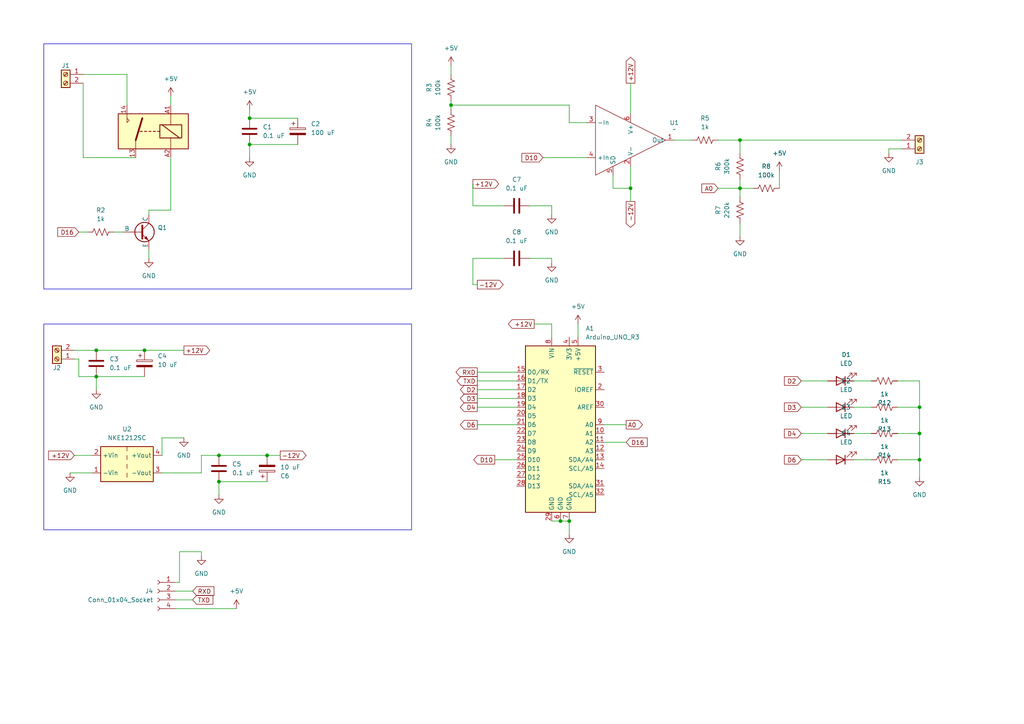
<source format=kicad_sch>
(kicad_sch (version 20231120) (generator "eeschema") (generator_version "8.0")
  (paper "A4")
  (lib_symbols
    (symbol "Connector:Conn_01x04_Socket" (pin_names (offset 1.016) hide)
      (property "Reference" "J" (at 0 5.08 0))
      (property "Value" "Conn_01x04_Socket" (at 0 -7.62 0))
      (symbol "Conn_01x04_Socket_1_1"
        (arc (start 0 -4.572) (mid -0.5058 -5.08) (end 0 -5.588) (stroke (width 0.1524)))
        (arc (start 0 -2.032) (mid -0.5058 -2.54) (end 0 -3.048) (stroke (width 0.1524)))
        (polyline (pts (xy -1.27 -5.08) (xy -0.508 -5.08)) (stroke (width 0.1524)))
        (polyline (pts (xy -1.27 -2.54) (xy -0.508 -2.54)) (stroke (width 0.1524)))
        (polyline (pts (xy -1.27 0) (xy -0.508 0)) (stroke (width 0.1524)))
        (polyline (pts (xy -1.27 2.54) (xy -0.508 2.54)) (stroke (width 0.1524)))
        (arc (start 0 0.508) (mid -0.5058 0) (end 0 -0.508) (stroke (width 0.1524)))
        (arc (start 0 3.048) (mid -0.5058 2.54) (end 0 2.032) (stroke (width 0.1524)))
        (pin passive line (at -5.08 2.54 0) (length 3.81) (name "Pin_1") (number "1"))
        (pin passive line (at -5.08 0 0) (length 3.81) (name "Pin_2") (number "2"))
        (pin passive line (at -5.08 -2.54 0) (length 3.81) (name "Pin_3") (number "3"))
        (pin passive line (at -5.08 -5.08 0) (length 3.81) (name "Pin_4") (number "4"))
      )
    )
    (symbol "Connector:Screw_Terminal_01x02" (pin_names (offset 1.016) hide)
      (property "Reference" "J" (at 0 2.54 0))
      (property "Value" "Screw_Terminal_01x02" (at 0 -5.08 0))
      (symbol "Screw_Terminal_01x02_1_1"
        (rectangle (start -1.27 1.27) (end 1.27 -3.81) (stroke (width 0.254)) (fill (type background)))
        (circle (center 0 -2.54) (radius 0.635) (stroke (width 0.1524)))
        (polyline (pts (xy -0.5334 -2.2098) (xy 0.3302 -3.048)) (stroke (width 0.1524)))
        (polyline (pts (xy -0.5334 0.3302) (xy 0.3302 -0.508)) (stroke (width 0.1524)))
        (polyline (pts (xy -0.3556 -2.032) (xy 0.508 -2.8702)) (stroke (width 0.1524)))
        (polyline (pts (xy -0.3556 0.508) (xy 0.508 -0.3302)) (stroke (width 0.1524)))
        (circle (center 0 0) (radius 0.635) (stroke (width 0.1524)))
        (pin passive line (at -5.08 0 0) (length 3.81) (name "Pin_1") (number "1"))
        (pin passive line (at -5.08 -2.54 0) (length 3.81) (name "Pin_2") (number "2"))
      )
    )
    (symbol "Converter_DCDC:TEA1-0505"
      (property "Reference" "U" (at -7.62 6.35 0))
      (property "Value" "TEA1-0505" (at -2.54 6.35 0))
      (symbol "TEA1-0505_0_0"
        (pin power_in line (at -10.16 -2.54 0) (length 2.54) (name "-Vin") (number "1"))
        (pin power_in line (at -10.16 2.54 0) (length 2.54) (name "+Vin") (number "2"))
        (pin power_out line (at 10.16 -2.54 180) (length 2.54) (name "-Vout") (number "3"))
        (pin power_out line (at 10.16 2.54 180) (length 2.54) (name "+Vout") (number "4"))
      )
      (symbol "TEA1-0505_0_1"
        (rectangle (start -7.62 5.08) (end 7.62 -5.08) (stroke (width 0.254)) (fill (type background)))
        (polyline (pts (xy 0 -2.54) (xy 0 -3.81)))
        (polyline (pts (xy 0 0) (xy 0 -1.27)))
        (polyline (pts (xy 0 2.54) (xy 0 1.27)))
        (polyline (pts (xy 0 5.08) (xy 0 3.81)))
      )
    )
    (symbol "Device:C" (pin_numbers hide) (pin_names (offset 0.254))
      (property "Reference" "C" (at 0.635 2.54 0))
      (property "Value" "C" (at 0.635 -2.54 0))
      (symbol "C_0_1"
        (polyline (pts (xy -2.032 -0.762) (xy 2.032 -0.762)) (stroke (width 0.508)))
        (polyline (pts (xy -2.032 0.762) (xy 2.032 0.762)) (stroke (width 0.508)))
      )
      (symbol "C_1_1"
        (pin passive line (at 0 3.81 270) (length 2.794) (name "~") (number "1"))
        (pin passive line (at 0 -3.81 90) (length 2.794) (name "~") (number "2"))
      )
    )
    (symbol "Device:C_Polarized" (pin_numbers hide) (pin_names (offset 0.254))
      (property "Reference" "C" (at 0.635 2.54 0))
      (property "Value" "C_Polarized" (at 0.635 -2.54 0))
      (symbol "C_Polarized_0_1"
        (rectangle (start -2.286 0.508) (end 2.286 1.016))
        (polyline (pts (xy -1.778 2.286) (xy -0.762 2.286)))
        (polyline (pts (xy -1.27 2.794) (xy -1.27 1.778)))
        (rectangle (start 2.286 -0.508) (end -2.286 -1.016) (fill (type outline)))
      )
      (symbol "C_Polarized_1_1"
        (pin passive line (at 0 3.81 270) (length 2.794) (name "~") (number "1"))
        (pin passive line (at 0 -3.81 90) (length 2.794) (name "~") (number "2"))
      )
    )
    (symbol "Device:LED" (pin_numbers hide) (pin_names (offset 1.016) hide)
      (property "Reference" "D" (at 0 2.54 0))
      (property "Value" "LED" (at 0 -2.54 0))
      (symbol "LED_0_1"
        (polyline (pts (xy -1.27 -1.27) (xy -1.27 1.27)) (stroke (width 0.254)))
        (polyline (pts (xy -1.27 0) (xy 1.27 0)))
        (polyline (pts (xy 1.27 -1.27) (xy 1.27 1.27) (xy -1.27 0) (xy 1.27 -1.27)) (stroke (width 0.254)))
        (polyline (pts (xy -3.048 -0.762) (xy -4.572 -2.286) (xy -3.81 -2.286) (xy -4.572 -2.286) (xy -4.572 -1.524)))
        (polyline (pts (xy -1.778 -0.762) (xy -3.302 -2.286) (xy -2.54 -2.286) (xy -3.302 -2.286) (xy -3.302 -1.524)))
      )
      (symbol "LED_1_1"
        (pin passive line (at -3.81 0 0) (length 2.54) (name "K") (number "1"))
        (pin passive line (at 3.81 0 180) (length 2.54) (name "A") (number "2"))
      )
    )
    (symbol "Device:R_US" (pin_numbers hide) (pin_names (offset 0))
      (property "Reference" "R" (at 2.54 0 90))
      (property "Value" "R_US" (at -2.54 0 90))
      (symbol "R_US_0_1"
        (polyline (pts (xy 0 -2.286) (xy 0 -2.54)))
        (polyline (pts (xy 0 2.286) (xy 0 2.54)))
        (polyline (pts (xy 0 -0.762) (xy 1.016 -1.143) (xy 0 -1.524) (xy -1.016 -1.905) (xy 0 -2.286)))
        (polyline (pts (xy 0 0.762) (xy 1.016 0.381) (xy 0 0) (xy -1.016 -0.381) (xy 0 -0.762)))
        (polyline (pts (xy 0 2.286) (xy 1.016 1.905) (xy 0 1.524) (xy -1.016 1.143) (xy 0 0.762)))
      )
      (symbol "R_US_1_1"
        (pin passive line (at 0 3.81 270) (length 1.27) (name "~") (number "1"))
        (pin passive line (at 0 -3.81 90) (length 1.27) (name "~") (number "2"))
      )
    )
    (symbol "MCU_Module:Arduino_UNO_R3"
      (property "Reference" "A" (at -10.16 23.495 0))
      (property "Value" "Arduino_UNO_R3" (at 5.08 -26.67 0))
      (symbol "Arduino_UNO_R3_0_1"
        (rectangle (start -10.16 22.86) (end 10.16 -25.4) (stroke (width 0.254)) (fill (type background)))
      )
      (symbol "Arduino_UNO_R3_1_1"
        (pin no_connect line (at -10.16 -20.32 0) (length 2.54) hide (name "NC") (number "1"))
        (pin bidirectional line (at 12.7 -2.54 180) (length 2.54) (name "A1") (number "10"))
        (pin bidirectional line (at 12.7 -5.08 180) (length 2.54) (name "A2") (number "11"))
        (pin bidirectional line (at 12.7 -7.62 180) (length 2.54) (name "A3") (number "12"))
        (pin bidirectional line (at 12.7 -10.16 180) (length 2.54) (name "SDA/A4") (number "13"))
        (pin bidirectional line (at 12.7 -12.7 180) (length 2.54) (name "SCL/A5") (number "14"))
        (pin bidirectional line (at -12.7 15.24 0) (length 2.54) (name "D0/RX") (number "15"))
        (pin bidirectional line (at -12.7 12.7 0) (length 2.54) (name "D1/TX") (number "16"))
        (pin bidirectional line (at -12.7 10.16 0) (length 2.54) (name "D2") (number "17"))
        (pin bidirectional line (at -12.7 7.62 0) (length 2.54) (name "D3") (number "18"))
        (pin bidirectional line (at -12.7 5.08 0) (length 2.54) (name "D4") (number "19"))
        (pin output line (at 12.7 10.16 180) (length 2.54) (name "IOREF") (number "2"))
        (pin bidirectional line (at -12.7 2.54 0) (length 2.54) (name "D5") (number "20"))
        (pin bidirectional line (at -12.7 0 0) (length 2.54) (name "D6") (number "21"))
        (pin bidirectional line (at -12.7 -2.54 0) (length 2.54) (name "D7") (number "22"))
        (pin bidirectional line (at -12.7 -5.08 0) (length 2.54) (name "D8") (number "23"))
        (pin bidirectional line (at -12.7 -7.62 0) (length 2.54) (name "D9") (number "24"))
        (pin bidirectional line (at -12.7 -10.16 0) (length 2.54) (name "D10") (number "25"))
        (pin bidirectional line (at -12.7 -12.7 0) (length 2.54) (name "D11") (number "26"))
        (pin bidirectional line (at -12.7 -15.24 0) (length 2.54) (name "D12") (number "27"))
        (pin bidirectional line (at -12.7 -17.78 0) (length 2.54) (name "D13") (number "28"))
        (pin power_in line (at -2.54 -27.94 90) (length 2.54) (name "GND") (number "29"))
        (pin input line (at 12.7 15.24 180) (length 2.54) (name "~{RESET}") (number "3"))
        (pin input line (at 12.7 5.08 180) (length 2.54) (name "AREF") (number "30"))
        (pin bidirectional line (at 12.7 -17.78 180) (length 2.54) (name "SDA/A4") (number "31"))
        (pin bidirectional line (at 12.7 -20.32 180) (length 2.54) (name "SCL/A5") (number "32"))
        (pin power_out line (at 2.54 25.4 270) (length 2.54) (name "3V3") (number "4"))
        (pin power_out line (at 5.08 25.4 270) (length 2.54) (name "+5V") (number "5"))
        (pin power_in line (at 0 -27.94 90) (length 2.54) (name "GND") (number "6"))
        (pin power_in line (at 2.54 -27.94 90) (length 2.54) (name "GND") (number "7"))
        (pin power_in line (at -2.54 25.4 270) (length 2.54) (name "VIN") (number "8"))
        (pin bidirectional line (at 12.7 0 180) (length 2.54) (name "A0") (number "9"))
      )
    )
    (symbol "My_Custom_Symbol_Library:TLV1805"
      (property "Reference" "U" (at 0 0 0))
      (symbol "TLV1805_0_1"
        (polyline (pts (xy 20.32 -12.7) (xy 0 -2.54) (xy 0 -16.51) (xy 0 -22.86) (xy 20.32 -12.7)))
      )
      (symbol "TLV1805_1_1"
        (pin output line (at 22.86 -12.7 180) (length 2.54) (name "Out") (number "1"))
        (pin input line (at 10.16 -20.32 90) (length 2.54) (name "V-") (number "2"))
        (pin input line (at -2.54 -7.62 0) (length 2.54) (name "-In") (number "3"))
        (pin input line (at -2.54 -17.78 0) (length 2.54) (name "+In") (number "4"))
        (pin input line (at 5.08 -22.86 90) (length 2.54) (name "SD") (number "5"))
        (pin input line (at 10.16 -5.08 270) (length 2.54) (name "V+") (number "6"))
      )
    )
    (symbol "Relay:Relay_SPST-NO"
      (property "Reference" "K" (at 11.43 3.81 0))
      (property "Value" "Relay_SPST-NO" (at 11.43 1.27 0))
      (symbol "Relay_SPST-NO_0_0"
        (polyline (pts (xy 7.62 5.08) (xy 7.62 2.54) (xy 6.985 3.175) (xy 7.62 3.81)))
      )
      (symbol "Relay_SPST-NO_0_1"
        (rectangle (start -10.16 5.08) (end 10.16 -5.08) (stroke (width 0.254)) (fill (type background)))
        (rectangle (start -8.255 1.905) (end -1.905 -1.905) (stroke (width 0.254)))
        (polyline (pts (xy -7.62 -1.905) (xy -2.54 1.905)) (stroke (width 0.254)))
        (polyline (pts (xy -5.08 -5.08) (xy -5.08 -1.905)))
        (polyline (pts (xy -5.08 5.08) (xy -5.08 1.905)))
        (polyline (pts (xy -1.905 0) (xy -1.27 0)) (stroke (width 0.254)))
        (polyline (pts (xy -0.635 0) (xy 0 0)) (stroke (width 0.254)))
        (polyline (pts (xy 0.635 0) (xy 1.27 0)) (stroke (width 0.254)))
        (polyline (pts (xy 1.905 0) (xy 2.54 0)) (stroke (width 0.254)))
        (polyline (pts (xy 3.175 0) (xy 3.81 0)) (stroke (width 0.254)))
        (polyline (pts (xy 5.08 -2.54) (xy 3.175 3.81)) (stroke (width 0.508)))
        (polyline (pts (xy 5.08 -2.54) (xy 5.08 -5.08)))
      )
      (symbol "Relay_SPST-NO_1_1"
        (pin passive line (at 5.08 -7.62 90) (length 2.54) (name "~") (number "13"))
        (pin passive line (at 7.62 7.62 270) (length 2.54) (name "~") (number "14"))
        (pin passive line (at -5.08 7.62 270) (length 2.54) (name "~") (number "A1"))
        (pin passive line (at -5.08 -7.62 90) (length 2.54) (name "~") (number "A2"))
      )
    )
    (symbol "Simulation_SPICE:NPN" (pin_numbers hide) (pin_names (offset 0))
      (property "Reference" "Q" (at -2.54 7.62 0))
      (property "Value" "NPN" (at -2.54 5.08 0))
      (symbol "NPN_0_1"
        (polyline (pts (xy -2.54 0) (xy 0.635 0)) (stroke (width 0.1524)))
        (polyline (pts (xy 0.635 0.635) (xy 2.54 2.54)))
        (polyline (pts (xy 2.794 -1.27) (xy 2.794 -1.27)) (stroke (width 0.1524)))
        (polyline (pts (xy 2.794 -1.27) (xy 2.794 -1.27)) (stroke (width 0.1524)))
        (polyline (pts (xy 0.635 -0.635) (xy 2.54 -2.54) (xy 2.54 -2.54)))
        (polyline (pts (xy 0.635 1.905) (xy 0.635 -1.905) (xy 0.635 -1.905)) (stroke (width 0.508)))
        (polyline (pts (xy 1.27 -1.778) (xy 1.778 -1.27) (xy 2.286 -2.286) (xy 1.27 -1.778) (xy 1.27 -1.778)) (fill (type outline)))
        (circle (center 1.27 0) (radius 2.8194) (stroke (width 0.254)))
      )
      (symbol "NPN_1_1"
        (pin open_collector line (at 2.54 5.08 270) (length 2.54) (name "C") (number "1"))
        (pin input line (at -5.08 0 0) (length 2.54) (name "B") (number "2"))
        (pin open_emitter line (at 2.54 -5.08 90) (length 2.54) (name "E") (number "3"))
      )
    )
    (symbol "power:+5V" (power) (pin_names (offset 0))
      (property "Value" "+5V" (at 0 3.556 0))
      (symbol "+5V_0_1"
        (polyline (pts (xy -0.762 1.27) (xy 0 2.54)))
        (polyline (pts (xy 0 0) (xy 0 2.54)))
        (polyline (pts (xy 0 2.54) (xy 0.762 1.27)))
      )
      (symbol "+5V_1_1"
        (pin power_in line (at 0 0 90) (length 0) hide (name "+5V") (number "1"))
      )
    )
    (symbol "power:GND" (power) (pin_names (offset 0))
      (property "Value" "GND" (at 0 -3.81 0))
      (symbol "GND_0_1"
        (polyline (pts (xy 0 0) (xy 0 -1.27) (xy 1.27 -1.27) (xy 0 -2.54) (xy -1.27 -1.27) (xy 0 -1.27)))
      )
      (symbol "GND_1_1"
        (pin power_in line (at 0 0 270) (length 0) hide (name "GND") (number "1"))
      )
    )
  )
  (junction (at 130.81 30.48))
  (junction (at 214.63 40.64))
  (junction (at 77.47 132.08))
  (junction (at 266.7 133.35))
  (junction (at 182.88 54.61))
  (junction (at 27.94 109.22))
  (junction (at 63.5 139.7))
  (junction (at 27.94 101.6))
  (junction (at 266.7 125.73))
  (junction (at 63.5 132.08))
  (junction (at 214.63 54.61))
  (junction (at 162.56 151.13))
  (junction (at 72.39 41.91))
  (junction (at 72.39 34.29))
  (junction (at 266.7 118.11))
  (junction (at 165.1 151.13))
  (junction (at 41.91 101.6))
  (wire (pts (xy 58.42 160.02) (xy 58.42 161.29)))
  (wire (pts (xy 21.59 132.08) (xy 26.67 132.08)))
  (wire (pts (xy 177.8 54.61) (xy 182.88 54.61)))
  (wire (pts (xy 22.86 67.31) (xy 25.4 67.31)))
  (wire (pts (xy 49.53 27.94) (xy 49.53 30.48)))
  (wire (pts (xy 247.65 118.11) (xy 252.73 118.11)))
  (wire (pts (xy 72.39 41.91) (xy 72.39 45.72)))
  (wire (pts (xy 226.06 49.53) (xy 226.06 54.61)))
  (wire (pts (xy 214.63 40.64) (xy 261.62 40.64)))
  (wire (pts (xy 214.63 40.64) (xy 214.63 44.45)))
  (wire (pts (xy 137.16 74.93) (xy 146.05 74.93)))
  (wire (pts (xy 137.16 74.93) (xy 137.16 82.55)))
  (wire (pts (xy 36.83 21.59) (xy 24.13 21.59)))
  (wire (pts (xy 160.02 59.69) (xy 153.67 59.69)))
  (wire (pts (xy 137.16 59.69) (xy 146.05 59.69)))
  (wire (pts (xy 182.88 24.13) (xy 182.88 33.02)))
  (wire (pts (xy 43.18 60.96) (xy 43.18 62.23)))
  (wire (pts (xy 21.59 101.6) (xy 27.94 101.6)))
  (wire (pts (xy 33.02 67.31) (xy 35.56 67.31)))
  (wire (pts (xy 138.43 113.03) (xy 149.86 113.03)))
  (wire (pts (xy 162.56 151.13) (xy 165.1 151.13)))
  (wire (pts (xy 214.63 64.77) (xy 214.63 68.58)))
  (wire (pts (xy 143.51 133.35) (xy 149.86 133.35)))
  (wire (pts (xy 130.81 39.37) (xy 130.81 41.91)))
  (wire (pts (xy 20.32 137.16) (xy 26.67 137.16)))
  (wire (pts (xy 21.59 104.14) (xy 22.86 104.14)))
  (wire (pts (xy 232.41 110.49) (xy 240.03 110.49)))
  (wire (pts (xy 260.35 125.73) (xy 266.7 125.73)))
  (wire (pts (xy 195.58 40.64) (xy 200.66 40.64)))
  (wire (pts (xy 77.47 132.08) (xy 81.28 132.08)))
  (wire (pts (xy 130.81 29.21) (xy 130.81 30.48)))
  (wire (pts (xy 138.43 110.49) (xy 149.86 110.49)))
  (wire (pts (xy 138.43 107.95) (xy 149.86 107.95)))
  (wire (pts (xy 175.26 128.27) (xy 181.61 128.27)))
  (wire (pts (xy 247.65 110.49) (xy 252.73 110.49)))
  (wire (pts (xy 72.39 34.29) (xy 86.36 34.29)))
  (wire (pts (xy 260.35 118.11) (xy 266.7 118.11)))
  (wire (pts (xy 165.1 35.56) (xy 170.18 35.56)))
  (wire (pts (xy 208.28 54.61) (xy 214.63 54.61)))
  (wire (pts (xy 260.35 110.49) (xy 266.7 110.49)))
  (wire (pts (xy 208.28 40.64) (xy 214.63 40.64)))
  (wire (pts (xy 22.86 104.14) (xy 22.86 109.22)))
  (wire (pts (xy 165.1 30.48) (xy 165.1 35.56)))
  (wire (pts (xy 46.99 127) (xy 53.34 127)))
  (wire (pts (xy 160.02 76.2) (xy 160.02 74.93)))
  (wire (pts (xy 49.53 60.96) (xy 49.53 45.72)))
  (wire (pts (xy 160.02 93.98) (xy 160.02 97.79)))
  (wire (pts (xy 182.88 48.26) (xy 182.88 54.61)))
  (wire (pts (xy 24.13 24.13) (xy 24.13 45.72)))
  (wire (pts (xy 247.65 125.73) (xy 252.73 125.73)))
  (wire (pts (xy 167.64 93.98) (xy 167.64 97.79)))
  (wire (pts (xy 27.94 101.6) (xy 41.91 101.6)))
  (wire (pts (xy 266.7 118.11) (xy 266.7 125.73)))
  (wire (pts (xy 160.02 74.93) (xy 153.67 74.93)))
  (wire (pts (xy 72.39 31.75) (xy 72.39 34.29)))
  (wire (pts (xy 27.94 109.22) (xy 27.94 113.03)))
  (wire (pts (xy 154.94 93.98) (xy 160.02 93.98)))
  (wire (pts (xy 52.07 160.02) (xy 58.42 160.02)))
  (wire (pts (xy 46.99 137.16) (xy 58.42 137.16)))
  (wire (pts (xy 130.81 30.48) (xy 165.1 30.48)))
  (wire (pts (xy 232.41 125.73) (xy 240.03 125.73)))
  (wire (pts (xy 257.81 43.18) (xy 257.81 44.45)))
  (wire (pts (xy 50.8 168.91) (xy 52.07 168.91)))
  (wire (pts (xy 52.07 168.91) (xy 52.07 160.02)))
  (wire (pts (xy 138.43 123.19) (xy 149.86 123.19)))
  (wire (pts (xy 137.16 82.55) (xy 138.43 82.55)))
  (wire (pts (xy 257.81 43.18) (xy 261.62 43.18)))
  (wire (pts (xy 63.5 132.08) (xy 77.47 132.08)))
  (wire (pts (xy 247.65 133.35) (xy 252.73 133.35)))
  (wire (pts (xy 41.91 101.6) (xy 53.34 101.6)))
  (wire (pts (xy 137.16 53.34) (xy 137.16 59.69)))
  (wire (pts (xy 266.7 133.35) (xy 266.7 138.43)))
  (wire (pts (xy 130.81 30.48) (xy 130.81 31.75)))
  (wire (pts (xy 27.94 109.22) (xy 41.91 109.22)))
  (wire (pts (xy 43.18 60.96) (xy 49.53 60.96)))
  (wire (pts (xy 50.8 173.99) (xy 55.88 173.99)))
  (wire (pts (xy 72.39 41.91) (xy 86.36 41.91)))
  (wire (pts (xy 58.42 137.16) (xy 58.42 132.08)))
  (wire (pts (xy 157.48 45.72) (xy 170.18 45.72)))
  (wire (pts (xy 138.43 118.11) (xy 149.86 118.11)))
  (wire (pts (xy 214.63 54.61) (xy 214.63 57.15)))
  (wire (pts (xy 43.18 72.39) (xy 43.18 74.93)))
  (wire (pts (xy 214.63 54.61) (xy 218.44 54.61)))
  (wire (pts (xy 260.35 133.35) (xy 266.7 133.35)))
  (wire (pts (xy 63.5 139.7) (xy 63.5 143.51)))
  (wire (pts (xy 232.41 133.35) (xy 240.03 133.35)))
  (wire (pts (xy 22.86 109.22) (xy 27.94 109.22)))
  (wire (pts (xy 182.88 54.61) (xy 182.88 58.42)))
  (wire (pts (xy 50.8 176.53) (xy 68.58 176.53)))
  (wire (pts (xy 165.1 151.13) (xy 165.1 154.94)))
  (wire (pts (xy 160.02 62.23) (xy 160.02 59.69)))
  (wire (pts (xy 177.8 50.8) (xy 177.8 54.61)))
  (wire (pts (xy 266.7 110.49) (xy 266.7 118.11)))
  (wire (pts (xy 46.99 132.08) (xy 46.99 127)))
  (wire (pts (xy 232.41 118.11) (xy 240.03 118.11)))
  (wire (pts (xy 63.5 139.7) (xy 77.47 139.7)))
  (wire (pts (xy 214.63 52.07) (xy 214.63 54.61)))
  (wire (pts (xy 160.02 151.13) (xy 162.56 151.13)))
  (wire (pts (xy 175.26 123.19) (xy 181.61 123.19)))
  (wire (pts (xy 130.81 19.05) (xy 130.81 21.59)))
  (wire (pts (xy 50.8 171.45) (xy 55.88 171.45)))
  (wire (pts (xy 138.43 115.57) (xy 149.86 115.57)))
  (wire (pts (xy 266.7 125.73) (xy 266.7 133.35)))
  (wire (pts (xy 58.42 132.08) (xy 63.5 132.08)))
  (wire (pts (xy 24.13 45.72) (xy 39.37 45.72)))
  (wire (pts (xy 36.83 30.48) (xy 36.83 21.59)))
  (rectangle (start 12.7 12.7) (end 119.38 83.82))
  (rectangle (start 12.7 93.98) (end 119.38 153.67))
  (global_label "D4" (shape input) (at 232.41 125.73 180) (property "Intersheetrefs" "${INTERSHEET_REFS}" (effects (hide yes))))
  (global_label "-12V" (shape output) (at 81.28 132.08 0) (property "Intersheetrefs" "${INTERSHEET_REFS}" (effects (hide yes))))
  (global_label "TXD" (shape output) (at 138.43 110.49 180) (property "Intersheetrefs" "${INTERSHEET_REFS}" (effects (hide yes))))
  (global_label "D16" (shape input) (at 22.86 67.31 180) (property "Intersheetrefs" "${INTERSHEET_REFS}" (effects (hide yes))))
  (global_label "TXD" (shape input) (at 55.88 173.99 0) (property "Intersheetrefs" "${INTERSHEET_REFS}" (effects (hide yes))))
  (global_label "D3" (shape input) (at 232.41 118.11 180) (property "Intersheetrefs" "${INTERSHEET_REFS}" (effects (hide yes))))
  (global_label "+12V" (shape input) (at 21.59 132.08 180) (property "Intersheetrefs" "${INTERSHEET_REFS}" (effects (hide yes))))
  (global_label "D10" (shape input) (at 157.48 45.72 180) (property "Intersheetrefs" "${INTERSHEET_REFS}" (effects (hide yes))))
  (global_label "RXD" (shape output) (at 138.43 107.95 180) (property "Intersheetrefs" "${INTERSHEET_REFS}" (effects (hide yes))))
  (global_label "D3" (shape output) (at 138.43 115.57 180) (property "Intersheetrefs" "${INTERSHEET_REFS}" (effects (hide yes))))
  (global_label "+12V" (shape output) (at 154.94 93.98 180) (property "Intersheetrefs" "${INTERSHEET_REFS}" (effects (hide yes))))
  (global_label "D6" (shape input) (at 232.41 133.35 180) (property "Intersheetrefs" "${INTERSHEET_REFS}" (effects (hide yes))))
  (global_label "-12V" (shape output) (at 138.43 82.55 0) (property "Intersheetrefs" "${INTERSHEET_REFS}" (effects (hide yes))))
  (global_label "-12V" (shape output) (at 182.88 58.42 270) (property "Intersheetrefs" "${INTERSHEET_REFS}" (effects (hide yes))))
  (global_label "D16" (shape input) (at 181.61 128.27 0) (property "Intersheetrefs" "${INTERSHEET_REFS}" (effects (hide yes))))
  (global_label "RXD" (shape input) (at 55.88 171.45 0) (property "Intersheetrefs" "${INTERSHEET_REFS}" (effects (hide yes))))
  (global_label "D10" (shape output) (at 143.51 133.35 180) (property "Intersheetrefs" "${INTERSHEET_REFS}" (effects (hide yes))))
  (global_label "+12V" (shape output) (at 137.16 53.34 0) (property "Intersheetrefs" "${INTERSHEET_REFS}" (effects (hide yes))))
  (global_label "A0" (shape input) (at 208.28 54.61 180) (property "Intersheetrefs" "${INTERSHEET_REFS}" (effects (hide yes))))
  (global_label "D6" (shape output) (at 138.43 123.19 180) (property "Intersheetrefs" "${INTERSHEET_REFS}" (effects (hide yes))))
  (global_label "A0" (shape output) (at 181.61 123.19 0) (property "Intersheetrefs" "${INTERSHEET_REFS}" (effects (hide yes))))
  (global_label "+12V" (shape output) (at 53.34 101.6 0) (property "Intersheetrefs" "${INTERSHEET_REFS}" (effects (hide yes))))
  (global_label "D2" (shape input) (at 232.41 110.49 180) (property "Intersheetrefs" "${INTERSHEET_REFS}" (effects (hide yes))))
  (global_label "+12V" (shape output) (at 182.88 24.13 90) (property "Intersheetrefs" "${INTERSHEET_REFS}" (effects (hide yes))))
  (global_label "D4" (shape output) (at 138.43 118.11 180) (property "Intersheetrefs" "${INTERSHEET_REFS}" (effects (hide yes))))
  (global_label "D2" (shape output) (at 138.43 113.03 180) (property "Intersheetrefs" "${INTERSHEET_REFS}" (effects (hide yes))))
  (symbol (lib_id "Connector:Screw_Terminal_01x02") (at 16.51 104.14 180) (unit 1)
    (property "Reference" "J2" (at 16.51 106.68 0))
    (property "Value" "Screw_Terminal_01x02" (effects (hide yes)))
    (property "Footprint" "My_Custom_Footprint_Library:Lever 2 - 2,5 2-5,0" (effects (hide yes)))
  )
  (symbol (lib_id "Device:R_US") (at 256.54 110.49 270) (unit 1)
    (property "Reference" "R12" (at 256.54 116.84 90))
    (property "Value" "1k" (at 256.54 114.3 90))
    (property "Footprint" "Resistor_SMD:R_1206_3216Metric" (effects (hide yes)))
  )
  (symbol (lib_id "Device:LED") (at 243.84 118.11 180) (unit 1)
    (property "Reference" "D2" (at 245.4275 110.49 0))
    (property "Value" "LED" (at 245.4275 113.03 0))
    (property "Footprint" "LED_SMD:LED_1206_3216Metric" (effects (hide yes)))
  )
  (symbol (lib_id "Device:R_US") (at 204.47 40.64 90) (unit 1)
    (property "Reference" "R5" (at 204.47 34.29 90))
    (property "Value" "1k" (at 204.47 36.83 90))
    (property "Footprint" "Resistor_SMD:R_1206_3216Metric" (effects (hide yes)))
  )
  (symbol (lib_id "MCU_Module:Arduino_UNO_R3") (at 162.56 123.19 0) (unit 1)
    (property "Reference" "A1" (at 169.8341 95.25 0) (effects (justify left)))
    (property "Value" "Arduino_UNO_R3" (at 169.8341 97.79 0) (effects (justify left)))
    (property "Footprint" "Module:Arduino_UNO_R3" (effects (hide yes)))
    (property "Datasheet" "https://www.arduino.cc/en/Main/arduinoBoardUno" (effects (hide yes)))
  )
  (symbol (lib_id "power:GND") (at 20.32 137.16 0) (unit 1)
    (property "Reference" "#PWR023" (effects (hide yes)))
    (property "Value" "GND" (at 20.32 142.24 0))
  )
  (symbol (lib_id "Device:R_US") (at 130.81 35.56 180) (unit 1)
    (property "Reference" "R4" (at 124.46 35.56 90))
    (property "Value" "100k" (at 127 35.56 90))
    (property "Footprint" "Resistor_SMD:R_1206_3216Metric" (effects (hide yes)))
  )
  (symbol (lib_id "Device:C_Polarized") (at 41.91 105.41 0) (unit 1)
    (property "Reference" "C4" (at 45.72 103.251 0) (effects (justify left)))
    (property "Value" "10 uF" (at 45.72 105.791 0) (effects (justify left)))
    (property "Footprint" "Capacitor_THT:CP_Radial_D4.0mm_P1.50mm" (effects (hide yes)))
  )
  (symbol (lib_id "Relay:Relay_SPST-NO") (at 44.45 38.1 0) (mirror y) (unit 1)
    (property "Reference" "K1" (effects (hide yes)))
    (property "Value" "Relay_SPST-NO" (effects (hide yes)))
    (property "Footprint" "My_Custom_Footprint_Library:Relay_TE_SPST_16A" (effects (hide yes)))
  )
  (symbol (lib_id "Connector:Screw_Terminal_01x02") (at 266.7 43.18 0) (mirror x) (unit 1)
    (property "Reference" "J3" (at 266.7 46.99 0))
    (property "Value" "Screw_Terminal_01x02" (effects (hide yes)))
    (property "Footprint" "My_Custom_Footprint_Library:Lever 2 - 2,5 2-5,0" (effects (hide yes)))
  )
  (symbol (lib_id "Device:C") (at 27.94 105.41 0) (unit 1)
    (property "Reference" "C3" (at 31.75 104.14 0) (effects (justify left)))
    (property "Value" "0.1 uF" (at 31.75 106.68 0) (effects (justify left)))
    (property "Footprint" "Capacitor_SMD:C_1206_3216Metric" (effects (hide yes)))
  )
  (symbol (lib_id "power:+5V") (at 226.06 49.53 0) (unit 1)
    (property "Reference" "#PWR015" (effects (hide yes)))
    (property "Value" "+5V" (at 226.06 44.45 0))
  )
  (symbol (lib_id "Device:R_US") (at 29.21 67.31 90) (unit 1)
    (property "Reference" "R2" (at 29.21 60.96 90))
    (property "Value" "1k" (at 29.21 63.5 90))
    (property "Footprint" "Resistor_SMD:R_1206_3216Metric" (effects (hide yes)))
  )
  (symbol (lib_id "power:+5V") (at 68.58 176.53 0) (unit 1)
    (property "Reference" "#PWR07" (effects (hide yes)))
    (property "Value" "+5V" (at 68.58 171.45 0))
  )
  (symbol (lib_id "power:GND") (at 160.02 76.2 0) (unit 1)
    (property "Reference" "#PWR011" (effects (hide yes)))
    (property "Value" "GND" (at 160.02 81.28 0))
  )
  (symbol (lib_id "power:+5V") (at 167.64 93.98 0) (unit 1)
    (property "Reference" "#PWR017" (effects (hide yes)))
    (property "Value" "+5V" (at 167.64 88.9 0))
  )
  (symbol (lib_id "power:GND") (at 160.02 62.23 0) (unit 1)
    (property "Reference" "#PWR010" (effects (hide yes)))
    (property "Value" "GND" (at 160.02 67.31 0))
  )
  (symbol (lib_id "Device:R_US") (at 130.81 25.4 180) (unit 1)
    (property "Reference" "R3" (at 124.46 25.4 90))
    (property "Value" "100k" (at 127 25.4 90))
    (property "Footprint" "Resistor_SMD:R_1206_3216Metric" (effects (hide yes)))
  )
  (symbol (lib_id "Device:R_US") (at 256.54 125.73 270) (unit 1)
    (property "Reference" "R14" (at 256.54 132.08 90))
    (property "Value" "1k" (at 256.54 129.54 90))
    (property "Footprint" "Resistor_SMD:R_1206_3216Metric" (effects (hide yes)))
  )
  (symbol (lib_id "Device:R_US") (at 222.25 54.61 90) (unit 1)
    (property "Reference" "R8" (at 222.25 48.26 90))
    (property "Value" "100k" (at 222.25 50.8 90))
    (property "Footprint" "Resistor_SMD:R_1206_3216Metric" (effects (hide yes)))
  )
  (symbol (lib_id "power:GND") (at 130.81 41.91 0) (unit 1)
    (property "Reference" "#PWR012" (effects (hide yes)))
    (property "Value" "GND" (at 130.81 46.99 0))
  )
  (symbol (lib_id "Connector:Screw_Terminal_01x02") (at 19.05 21.59 0) (mirror y) (unit 1)
    (property "Reference" "J1" (at 19.05 19.05 0))
    (property "Value" "Screw_Terminal_01x02" (effects (hide yes)))
    (property "Footprint" "My_Custom_Footprint_Library:Lever 2 - 2,5 2-5,0" (effects (hide yes)))
  )
  (symbol (lib_id "Device:C_Polarized") (at 86.36 38.1 0) (unit 1)
    (property "Reference" "C2" (at 90.17 35.941 0) (effects (justify left)))
    (property "Value" "100 uF" (at 90.17 38.481 0) (effects (justify left)))
    (property "Footprint" "Capacitor_THT:CP_Radial_D6.3mm_P2.50mm" (effects (hide yes)))
  )
  (symbol (lib_id "Simulation_SPICE:NPN") (at 40.64 67.31 0) (unit 1)
    (property "Reference" "Q1" (at 45.72 66.04 0) (effects (justify left)))
    (property "Value" "NPN" (effects (hide yes)))
    (property "Footprint" "My_Custom_Footprint_Library:TO-92_3" (effects (hide yes)))
    (property "Sim.Device" "NPN" (effects (hide yes)))
    (property "Sim.Type" "GUMMELPOON" (effects (hide yes)))
    (property "Sim.Pins" "1=C 2=B 3=E" (effects (hide yes)))
  )
  (symbol (lib_id "Device:C") (at 149.86 59.69 90) (unit 1)
    (property "Reference" "C7" (at 149.86 52.07 90))
    (property "Value" "0.1 uF" (at 149.86 54.61 90))
    (property "Footprint" "Capacitor_SMD:C_1206_3216Metric" (effects (hide yes)))
  )
  (symbol (lib_id "Connector:Conn_01x04_Socket") (at 45.72 171.45 0) (mirror y) (unit 1)
    (property "Reference" "J4" (at 44.45 171.45 0) (effects (justify left)))
    (property "Value" "Conn_01x04_Socket" (at 44.45 173.99 0) (effects (justify left)))
    (property "Footprint" "Connector:FanPinHeader_1x04_P2.54mm_Vertical" (effects (hide yes)))
  )
  (symbol (lib_id "Device:C") (at 149.86 74.93 90) (unit 1)
    (property "Reference" "C8" (at 149.86 67.31 90))
    (property "Value" "0.1 uF" (at 149.86 69.85 90))
    (property "Footprint" "Capacitor_SMD:C_1206_3216Metric" (effects (hide yes)))
  )
  (symbol (lib_id "Device:LED") (at 243.84 125.73 180) (unit 1)
    (property "Reference" "D3" (at 245.4275 118.11 0))
    (property "Value" "LED" (at 245.4275 120.65 0))
    (property "Footprint" "LED_SMD:LED_1206_3216Metric" (effects (hide yes)))
  )
  (symbol (lib_id "power:GND") (at 43.18 74.93 0) (unit 1)
    (property "Reference" "#PWR04" (effects (hide yes)))
    (property "Value" "GND" (at 43.18 80.01 0))
  )
  (symbol (lib_id "Device:C") (at 63.5 135.89 0) (unit 1)
    (property "Reference" "C5" (at 67.31 134.62 0) (effects (justify left)))
    (property "Value" "0.1 uF" (at 67.31 137.16 0) (effects (justify left)))
    (property "Footprint" "Capacitor_SMD:C_1206_3216Metric" (effects (hide yes)))
  )
  (symbol (lib_id "Device:R_US") (at 214.63 60.96 180) (unit 1)
    (property "Reference" "R7" (at 208.28 60.96 90))
    (property "Value" "220k" (at 210.82 60.96 90))
    (property "Footprint" "Resistor_SMD:R_1206_3216Metric" (effects (hide yes)))
  )
  (symbol (lib_id "power:+5V") (at 72.39 31.75 0) (unit 1)
    (property "Reference" "#PWR05" (effects (hide yes)))
    (property "Value" "+5V" (at 72.39 26.67 0))
  )
  (symbol (lib_id "power:GND") (at 53.34 127 0) (unit 1)
    (property "Reference" "#PWR024" (effects (hide yes)))
    (property "Value" "GND" (at 53.34 132.08 0))
  )
  (symbol (lib_id "Device:R_US") (at 214.63 48.26 180) (unit 1)
    (property "Reference" "R6" (at 208.28 48.26 90))
    (property "Value" "300k" (at 210.82 48.26 90))
    (property "Footprint" "Resistor_SMD:R_1206_3216Metric" (effects (hide yes)))
  )
  (symbol (lib_id "power:+5V") (at 130.81 19.05 0) (unit 1)
    (property "Reference" "#PWR013" (effects (hide yes)))
    (property "Value" "+5V" (at 130.81 13.97 0))
  )
  (symbol (lib_id "power:GND") (at 58.42 161.29 0) (unit 1)
    (property "Reference" "#PWR03" (effects (hide yes)))
    (property "Value" "GND" (at 58.42 166.37 0))
  )
  (symbol (lib_id "power:GND") (at 257.81 44.45 0) (unit 1)
    (property "Reference" "#PWR020" (effects (hide yes)))
    (property "Value" "GND" (at 257.81 49.53 0))
  )
  (symbol (lib_id "power:GND") (at 72.39 45.72 0) (unit 1)
    (property "Reference" "#PWR06" (effects (hide yes)))
    (property "Value" "GND" (at 72.39 50.8 0))
  )
  (symbol (lib_id "Device:C") (at 72.39 38.1 0) (unit 1)
    (property "Reference" "C1" (at 76.2 36.83 0) (effects (justify left)))
    (property "Value" "0.1 uF" (at 76.2 39.37 0) (effects (justify left)))
    (property "Footprint" "Capacitor_SMD:C_1206_3216Metric" (effects (hide yes)))
  )
  (symbol (lib_id "Device:LED") (at 243.84 133.35 180) (unit 1)
    (property "Reference" "D4" (at 245.4275 125.73 0))
    (property "Value" "LED" (at 245.4275 128.27 0))
    (property "Footprint" "LED_SMD:LED_1206_3216Metric" (effects (hide yes)))
  )
  (symbol (lib_id "Device:C_Polarized") (at 77.47 135.89 0) (mirror x) (unit 1)
    (property "Reference" "C6" (at 81.28 138.049 0) (effects (justify left)))
    (property "Value" "10 uF" (at 81.28 135.509 0) (effects (justify left)))
    (property "Footprint" "Capacitor_THT:CP_Radial_D4.0mm_P1.50mm" (effects (hide yes)))
  )
  (symbol (lib_id "Device:LED") (at 243.84 110.49 180) (unit 1)
    (property "Reference" "D1" (at 245.4275 102.87 0))
    (property "Value" "LED" (at 245.4275 105.41 0))
    (property "Footprint" "LED_SMD:LED_1206_3216Metric" (effects (hide yes)))
  )
  (symbol (lib_id "power:GND") (at 27.94 113.03 0) (unit 1)
    (property "Reference" "#PWR09" (effects (hide yes)))
    (property "Value" "GND" (at 27.94 118.11 0))
  )
  (symbol (lib_id "Converter_DCDC:TEA1-0505") (at 36.83 134.62 0) (unit 1)
    (property "Reference" "U2" (at 36.83 124.46 0))
    (property "Value" "NKE1212SC" (at 36.83 127 0))
    (property "Footprint" "My_Custom_Footprint_Library:NKE1212SC" (effects (hide yes)))
    (property "Datasheet" "https://www.tracopower.com/products/tea1.pdf" (effects (hide yes)))
  )
  (symbol (lib_id "My_Custom_Symbol_Library:TLV1805") (at 172.72 27.94 0) (unit 1)
    (property "Reference" "U1" (at 195.58 35.5914 0))
    (property "Value" "~" (at 195.58 37.4965 0))
    (property "Footprint" "My_Custom_Footprint_Library:SOT-23-6" (effects (hide yes)))
  )
  (symbol (lib_id "Device:R_US") (at 256.54 118.11 270) (unit 1)
    (property "Reference" "R13" (at 256.54 124.46 90))
    (property "Value" "1k" (at 256.54 121.92 90))
    (property "Footprint" "Resistor_SMD:R_1206_3216Metric" (effects (hide yes)))
  )
  (symbol (lib_id "power:GND") (at 63.5 143.51 0) (unit 1)
    (property "Reference" "#PWR08" (effects (hide yes)))
    (property "Value" "GND" (at 63.5 148.59 0))
  )
  (symbol (lib_id "power:GND") (at 214.63 68.58 0) (unit 1)
    (property "Reference" "#PWR014" (effects (hide yes)))
    (property "Value" "GND" (at 214.63 73.66 0))
  )
  (symbol (lib_id "power:GND") (at 266.7 138.43 0) (unit 1)
    (property "Reference" "#PWR021" (effects (hide yes)))
    (property "Value" "GND" (at 266.7 143.51 0))
  )
  (symbol (lib_id "Device:R_US") (at 256.54 133.35 270) (unit 1)
    (property "Reference" "R15" (at 256.54 139.7 90))
    (property "Value" "1k" (at 256.54 137.16 90))
    (property "Footprint" "Resistor_SMD:R_1206_3216Metric" (effects (hide yes)))
  )
  (symbol (lib_id "power:GND") (at 165.1 154.94 0) (unit 1)
    (property "Reference" "#PWR016" (effects (hide yes)))
    (property "Value" "GND" (at 165.1 160.02 0))
  )
  (symbol (lib_id "power:+5V") (at 49.53 27.94 0) (unit 1)
    (property "Reference" "#PWR01" (effects (hide yes)))
    (property "Value" "+5V" (at 49.53 22.86 0))
  )
)
</source>
